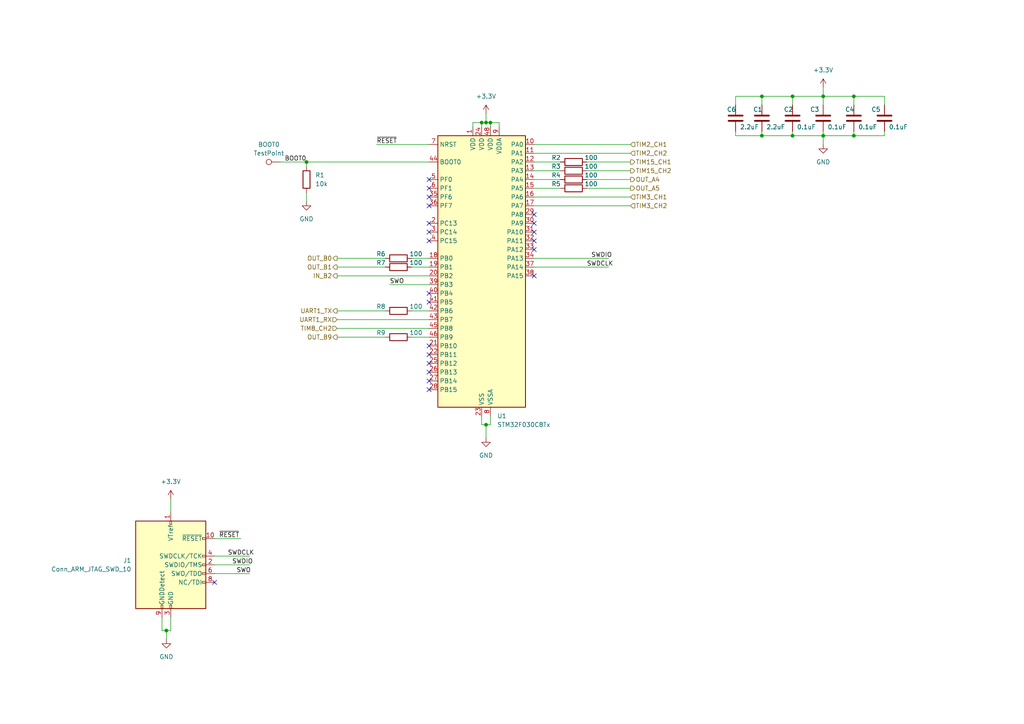
<source format=kicad_sch>
(kicad_sch (version 20230121) (generator eeschema)
  (paper "A4")
  (lib_symbols
    (symbol "Connector:Conn_ARM_JTAG_SWD_10" (pin_names (offset 1.016))
      (property "Reference" "J" (at -2.54 16.51 0))
      (property "Value" "Conn_ARM_JTAG_SWD_10" (at -2.54 13.97 0))
      (symbol "Conn_ARM_JTAG_SWD_10_0_1"
        (rectangle (start -10.16 12.7) (end 10.16 -12.7) (stroke (width 0.254)) (fill (type background)))
        (rectangle (start -2.794 -12.7) (end -2.286 -11.684))
        (rectangle (start -0.254 -12.7) (end 0.254 -11.684))
        (rectangle (start -0.254 12.7) (end 0.254 11.684))
        (rectangle (start 9.144 2.286) (end 10.16 2.794))
        (rectangle (start 10.16 -2.794) (end 9.144 -2.286))
        (rectangle (start 10.16 -0.254) (end 9.144 0.254))
        (rectangle (start 10.16 7.874) (end 9.144 7.366))
      )
      (symbol "Conn_ARM_JTAG_SWD_10_1_1"
        (rectangle (start 9.144 -5.334) (end 10.16 -4.826))
        (pin power_in line (at 0 15.24 270) (length 2.54) (name "VTref") (number "1"))
        (pin open_collector line (at 12.7 7.62 180) (length 2.54) (name "~{RESET}") (number "10"))
        (pin bidirectional line (at 12.7 0 180) (length 2.54) (name "SWDIO/TMS") (number "2"))
        (pin power_in line (at 0 -15.24 90) (length 2.54) (name "GND") (number "3"))
        (pin output line (at 12.7 2.54 180) (length 2.54) (name "SWDCLK/TCK") (number "4"))
        (pin passive line (at 0 -15.24 90) (length 2.54) hide (name "GND") (number "5"))
        (pin input line (at 12.7 -2.54 180) (length 2.54) (name "SWO/TDO") (number "6"))
        (pin no_connect line (at -10.16 0 0) (length 2.54) hide (name "KEY") (number "7"))
        (pin output line (at 12.7 -5.08 180) (length 2.54) (name "NC/TDI") (number "8"))
        (pin passive line (at -2.54 -15.24 90) (length 2.54) (name "GNDDetect") (number "9"))
      )
    )
    (symbol "Connector:TestPoint" (pin_numbers hide) (pin_names (offset 0.762) hide)
      (property "Reference" "TP" (at 0 6.858 0))
      (property "Value" "TestPoint" (at 0 5.08 0))
      (symbol "TestPoint_0_1"
        (circle (center 0 3.302) (radius 0.762))
      )
      (symbol "TestPoint_1_1"
        (pin passive line (at 0 0 90) (length 2.54) (name "1") (number "1"))
      )
    )
    (symbol "Device:C" (pin_numbers hide) (pin_names (offset 0.254))
      (property "Reference" "C" (at 0.635 2.54 0))
      (property "Value" "C" (at 0.635 -2.54 0))
      (symbol "C_0_1"
        (polyline (pts (xy -2.032 -0.762) (xy 2.032 -0.762)) (stroke (width 0.508)))
        (polyline (pts (xy -2.032 0.762) (xy 2.032 0.762)) (stroke (width 0.508)))
      )
      (symbol "C_1_1"
        (pin passive line (at 0 3.81 270) (length 2.794) (name "~") (number "1"))
        (pin passive line (at 0 -3.81 90) (length 2.794) (name "~") (number "2"))
      )
    )
    (symbol "Device:R" (pin_numbers hide) (pin_names (offset 0))
      (property "Reference" "R" (at 2.032 0 90))
      (property "Value" "R" (at 0 0 90))
      (symbol "R_0_1"
        (rectangle (start -1.016 -2.54) (end 1.016 2.54) (stroke (width 0.254)))
      )
      (symbol "R_1_1"
        (pin passive line (at 0 3.81 270) (length 1.27) (name "~") (number "1"))
        (pin passive line (at 0 -3.81 90) (length 1.27) (name "~") (number "2"))
      )
    )
    (symbol "MCU_ST_STM32F0:STM32F030C8Tx"
      (property "Reference" "U" (at -12.7 41.91 0))
      (property "Value" "STM32F030C8Tx" (at 7.62 41.91 0))
      (symbol "STM32F030C8Tx_0_1"
        (rectangle (start -12.7 -38.1) (end 12.7 40.64) (stroke (width 0.254)) (fill (type background)))
      )
      (symbol "STM32F030C8Tx_1_1"
        (pin power_in line (at -2.54 43.18 270) (length 2.54) (name "VDD") (number "1"))
        (pin bidirectional line (at 15.24 38.1 180) (length 2.54) (name "PA0") (number "10"))
        (pin bidirectional line (at 15.24 35.56 180) (length 2.54) (name "PA1") (number "11"))
        (pin bidirectional line (at 15.24 33.02 180) (length 2.54) (name "PA2") (number "12"))
        (pin bidirectional line (at 15.24 30.48 180) (length 2.54) (name "PA3") (number "13"))
        (pin bidirectional line (at 15.24 27.94 180) (length 2.54) (name "PA4") (number "14"))
        (pin bidirectional line (at 15.24 25.4 180) (length 2.54) (name "PA5") (number "15"))
        (pin bidirectional line (at 15.24 22.86 180) (length 2.54) (name "PA6") (number "16"))
        (pin bidirectional line (at 15.24 20.32 180) (length 2.54) (name "PA7") (number "17"))
        (pin bidirectional line (at -15.24 5.08 0) (length 2.54) (name "PB0") (number "18"))
        (pin bidirectional line (at -15.24 2.54 0) (length 2.54) (name "PB1") (number "19"))
        (pin bidirectional line (at -15.24 15.24 0) (length 2.54) (name "PC13") (number "2"))
        (pin bidirectional line (at -15.24 0 0) (length 2.54) (name "PB2") (number "20"))
        (pin bidirectional line (at -15.24 -20.32 0) (length 2.54) (name "PB10") (number "21"))
        (pin bidirectional line (at -15.24 -22.86 0) (length 2.54) (name "PB11") (number "22"))
        (pin power_in line (at 0 -40.64 90) (length 2.54) (name "VSS") (number "23"))
        (pin power_in line (at 0 43.18 270) (length 2.54) (name "VDD") (number "24"))
        (pin bidirectional line (at -15.24 -25.4 0) (length 2.54) (name "PB12") (number "25"))
        (pin bidirectional line (at -15.24 -27.94 0) (length 2.54) (name "PB13") (number "26"))
        (pin bidirectional line (at -15.24 -30.48 0) (length 2.54) (name "PB14") (number "27"))
        (pin bidirectional line (at -15.24 -33.02 0) (length 2.54) (name "PB15") (number "28"))
        (pin bidirectional line (at 15.24 17.78 180) (length 2.54) (name "PA8") (number "29"))
        (pin bidirectional line (at -15.24 12.7 0) (length 2.54) (name "PC14") (number "3"))
        (pin bidirectional line (at 15.24 15.24 180) (length 2.54) (name "PA9") (number "30"))
        (pin bidirectional line (at 15.24 12.7 180) (length 2.54) (name "PA10") (number "31"))
        (pin bidirectional line (at 15.24 10.16 180) (length 2.54) (name "PA11") (number "32"))
        (pin bidirectional line (at 15.24 7.62 180) (length 2.54) (name "PA12") (number "33"))
        (pin bidirectional line (at 15.24 5.08 180) (length 2.54) (name "PA13") (number "34"))
        (pin bidirectional line (at -15.24 22.86 0) (length 2.54) (name "PF6") (number "35"))
        (pin bidirectional line (at -15.24 20.32 0) (length 2.54) (name "PF7") (number "36"))
        (pin bidirectional line (at 15.24 2.54 180) (length 2.54) (name "PA14") (number "37"))
        (pin bidirectional line (at 15.24 0 180) (length 2.54) (name "PA15") (number "38"))
        (pin bidirectional line (at -15.24 -2.54 0) (length 2.54) (name "PB3") (number "39"))
        (pin bidirectional line (at -15.24 10.16 0) (length 2.54) (name "PC15") (number "4"))
        (pin bidirectional line (at -15.24 -5.08 0) (length 2.54) (name "PB4") (number "40"))
        (pin bidirectional line (at -15.24 -7.62 0) (length 2.54) (name "PB5") (number "41"))
        (pin bidirectional line (at -15.24 -10.16 0) (length 2.54) (name "PB6") (number "42"))
        (pin bidirectional line (at -15.24 -12.7 0) (length 2.54) (name "PB7") (number "43"))
        (pin input line (at -15.24 33.02 0) (length 2.54) (name "BOOT0") (number "44"))
        (pin bidirectional line (at -15.24 -15.24 0) (length 2.54) (name "PB8") (number "45"))
        (pin bidirectional line (at -15.24 -17.78 0) (length 2.54) (name "PB9") (number "46"))
        (pin passive line (at 0 -40.64 90) (length 2.54) hide (name "VSS") (number "47"))
        (pin power_in line (at 2.54 43.18 270) (length 2.54) (name "VDD") (number "48"))
        (pin bidirectional line (at -15.24 27.94 0) (length 2.54) (name "PF0") (number "5"))
        (pin bidirectional line (at -15.24 25.4 0) (length 2.54) (name "PF1") (number "6"))
        (pin input line (at -15.24 38.1 0) (length 2.54) (name "NRST") (number "7"))
        (pin power_in line (at 2.54 -40.64 90) (length 2.54) (name "VSSA") (number "8"))
        (pin power_in line (at 5.08 43.18 270) (length 2.54) (name "VDDA") (number "9"))
      )
    )
    (symbol "power:+3.3V" (power) (pin_names (offset 0))
      (property "Value" "+3.3V" (at 0 3.556 0))
      (symbol "+3.3V_0_1"
        (polyline (pts (xy -0.762 1.27) (xy 0 2.54)))
        (polyline (pts (xy 0 0) (xy 0 2.54)))
        (polyline (pts (xy 0 2.54) (xy 0.762 1.27)))
      )
      (symbol "+3.3V_1_1"
        (pin power_in line (at 0 0 90) (length 0) hide (name "+3.3V") (number "1"))
      )
    )
    (symbol "power:GND" (power) (pin_names (offset 0))
      (property "Value" "GND" (at 0 -3.81 0))
      (symbol "GND_0_1"
        (polyline (pts (xy 0 0) (xy 0 -1.27) (xy 1.27 -1.27) (xy 0 -2.54) (xy -1.27 -1.27) (xy 0 -1.27)))
      )
      (symbol "GND_1_1"
        (pin power_in line (at 0 0 270) (length 0) hide (name "GND") (number "1"))
      )
    )
  )
  (junction (at 247.65 27.94))
  (junction (at 140.97 123.19))
  (junction (at 142.24 35.56))
  (junction (at 229.87 27.94))
  (junction (at 220.98 27.94))
  (junction (at 48.26 182.88))
  (junction (at 139.7 35.56))
  (junction (at 238.76 39.37))
  (junction (at 229.87 39.37))
  (junction (at 220.98 39.37))
  (junction (at 238.76 27.94))
  (junction (at 140.97 35.56))
  (junction (at 247.65 39.37))
  (junction (at 88.9 46.99))
  (no_connect (at 124.46 69.85))
  (no_connect (at 154.94 62.23))
  (no_connect (at 124.46 105.41))
  (no_connect (at 124.46 102.87))
  (no_connect (at 154.94 80.01))
  (no_connect (at 124.46 54.61))
  (no_connect (at 124.46 57.15))
  (no_connect (at 124.46 110.49))
  (no_connect (at 124.46 85.09))
  (no_connect (at 154.94 69.85))
  (no_connect (at 124.46 52.07))
  (no_connect (at 154.94 67.31))
  (no_connect (at 124.46 64.77))
  (no_connect (at 154.94 64.77))
  (no_connect (at 124.46 67.31))
  (no_connect (at 124.46 59.69))
  (no_connect (at 124.46 107.95))
  (no_connect (at 154.94 72.39))
  (no_connect (at 124.46 87.63))
  (no_connect (at 124.46 100.33))
  (no_connect (at 62.23 168.91))
  (no_connect (at 124.46 113.03))
  (wire (pts (xy 140.97 123.19) (xy 140.97 127)))
  (wire (pts (xy 137.16 36.83) (xy 137.16 35.56)))
  (wire (pts (xy 49.53 144.78) (xy 49.53 148.59)))
  (wire (pts (xy 154.94 57.15) (xy 182.88 57.15)))
  (wire (pts (xy 88.9 46.99) (xy 88.9 48.26)))
  (wire (pts (xy 154.94 59.69) (xy 182.88 59.69)))
  (wire (pts (xy 170.18 52.07) (xy 182.88 52.07)))
  (wire (pts (xy 137.16 35.56) (xy 139.7 35.56)))
  (wire (pts (xy 213.36 39.37) (xy 220.98 39.37)))
  (wire (pts (xy 62.23 161.29) (xy 72.39 161.29)))
  (wire (pts (xy 154.94 41.91) (xy 182.88 41.91)))
  (wire (pts (xy 220.98 38.1) (xy 220.98 39.37)))
  (wire (pts (xy 220.98 27.94) (xy 229.87 27.94)))
  (wire (pts (xy 247.65 38.1) (xy 247.65 39.37)))
  (wire (pts (xy 256.54 30.48) (xy 256.54 27.94)))
  (wire (pts (xy 97.79 80.01) (xy 124.46 80.01)))
  (wire (pts (xy 88.9 55.88) (xy 88.9 58.42)))
  (wire (pts (xy 256.54 38.1) (xy 256.54 39.37)))
  (wire (pts (xy 154.94 49.53) (xy 162.56 49.53)))
  (wire (pts (xy 119.38 74.93) (xy 124.46 74.93)))
  (wire (pts (xy 140.97 35.56) (xy 139.7 35.56)))
  (wire (pts (xy 109.22 41.91) (xy 124.46 41.91)))
  (wire (pts (xy 97.79 74.93) (xy 111.76 74.93)))
  (wire (pts (xy 144.78 35.56) (xy 142.24 35.56)))
  (wire (pts (xy 229.87 27.94) (xy 238.76 27.94)))
  (wire (pts (xy 170.18 49.53) (xy 182.88 49.53)))
  (wire (pts (xy 154.94 54.61) (xy 162.56 54.61)))
  (wire (pts (xy 139.7 123.19) (xy 140.97 123.19)))
  (wire (pts (xy 154.94 46.99) (xy 162.56 46.99)))
  (wire (pts (xy 238.76 39.37) (xy 238.76 41.91)))
  (wire (pts (xy 256.54 27.94) (xy 247.65 27.94)))
  (wire (pts (xy 88.9 46.99) (xy 124.46 46.99)))
  (wire (pts (xy 62.23 166.37) (xy 72.39 166.37)))
  (wire (pts (xy 81.28 46.99) (xy 88.9 46.99)))
  (wire (pts (xy 229.87 30.48) (xy 229.87 27.94)))
  (wire (pts (xy 229.87 39.37) (xy 238.76 39.37)))
  (wire (pts (xy 154.94 52.07) (xy 162.56 52.07)))
  (wire (pts (xy 97.79 97.79) (xy 111.76 97.79)))
  (wire (pts (xy 97.79 92.71) (xy 124.46 92.71)))
  (wire (pts (xy 213.36 38.1) (xy 213.36 39.37)))
  (wire (pts (xy 46.99 179.07) (xy 46.99 182.88)))
  (wire (pts (xy 220.98 39.37) (xy 229.87 39.37)))
  (wire (pts (xy 97.79 90.17) (xy 111.76 90.17)))
  (wire (pts (xy 97.79 77.47) (xy 111.76 77.47)))
  (wire (pts (xy 213.36 27.94) (xy 220.98 27.94)))
  (wire (pts (xy 48.26 182.88) (xy 48.26 185.42)))
  (wire (pts (xy 46.99 182.88) (xy 48.26 182.88)))
  (wire (pts (xy 256.54 39.37) (xy 247.65 39.37)))
  (wire (pts (xy 154.94 77.47) (xy 176.53 77.47)))
  (wire (pts (xy 238.76 27.94) (xy 238.76 30.48)))
  (wire (pts (xy 113.03 82.55) (xy 124.46 82.55)))
  (wire (pts (xy 220.98 30.48) (xy 220.98 27.94)))
  (wire (pts (xy 119.38 90.17) (xy 124.46 90.17)))
  (wire (pts (xy 97.79 95.25) (xy 124.46 95.25)))
  (wire (pts (xy 139.7 35.56) (xy 139.7 36.83)))
  (wire (pts (xy 119.38 77.47) (xy 124.46 77.47)))
  (wire (pts (xy 142.24 123.19) (xy 140.97 123.19)))
  (wire (pts (xy 119.38 97.79) (xy 124.46 97.79)))
  (wire (pts (xy 49.53 179.07) (xy 49.53 182.88)))
  (wire (pts (xy 139.7 120.65) (xy 139.7 123.19)))
  (wire (pts (xy 144.78 36.83) (xy 144.78 35.56)))
  (wire (pts (xy 140.97 33.02) (xy 140.97 35.56)))
  (wire (pts (xy 154.94 74.93) (xy 176.53 74.93)))
  (wire (pts (xy 142.24 35.56) (xy 140.97 35.56)))
  (wire (pts (xy 238.76 38.1) (xy 238.76 39.37)))
  (wire (pts (xy 238.76 25.4) (xy 238.76 27.94)))
  (wire (pts (xy 229.87 38.1) (xy 229.87 39.37)))
  (wire (pts (xy 170.18 46.99) (xy 182.88 46.99)))
  (wire (pts (xy 154.94 44.45) (xy 182.88 44.45)))
  (wire (pts (xy 170.18 54.61) (xy 182.88 54.61)))
  (wire (pts (xy 247.65 39.37) (xy 238.76 39.37)))
  (wire (pts (xy 62.23 163.83) (xy 72.39 163.83)))
  (wire (pts (xy 247.65 27.94) (xy 238.76 27.94)))
  (wire (pts (xy 62.23 156.21) (xy 69.85 156.21)))
  (wire (pts (xy 247.65 30.48) (xy 247.65 27.94)))
  (wire (pts (xy 213.36 30.48) (xy 213.36 27.94)))
  (wire (pts (xy 142.24 120.65) (xy 142.24 123.19)))
  (wire (pts (xy 49.53 182.88) (xy 48.26 182.88)))
  (wire (pts (xy 142.24 36.83) (xy 142.24 35.56)))
  (label "SWDCLK" (at 170.18 77.47 0))
  (label "SWDIO" (at 67.31 163.83 0))
  (label "SWDCLK" (at 66.04 161.29 0))
  (label "~{RESET}" (at 109.22 41.91 0))
  (label "SWO" (at 113.03 82.55 0))
  (label "SWO" (at 68.58 166.37 0))
  (label "SWDIO" (at 171.45 74.93 0))
  (label "BOOT0" (at 82.55 46.99 0))
  (label "~{RESET}" (at 63.5 156.21 0))
  (hierarchical_label "UART1_RX" (shape input) (at 97.79 92.71 180))
  (hierarchical_label "TIM3_CH1" (shape input) (at 182.88 57.15 0))
  (hierarchical_label "OUT_B9" (shape output) (at 97.79 97.79 180))
  (hierarchical_label "TIM2_CH2" (shape input) (at 182.88 44.45 0))
  (hierarchical_label "UART1_TX" (shape output) (at 97.79 90.17 180))
  (hierarchical_label "IN_B2" (shape output) (at 97.79 80.01 180))
  (hierarchical_label "TIM15_CH1" (shape output) (at 182.88 46.99 0))
  (hierarchical_label "TIM8_CH2" (shape input) (at 97.79 95.25 180))
  (hierarchical_label "TIM2_CH1" (shape input) (at 182.88 41.91 0))
  (hierarchical_label "OUT_A4" (shape output) (at 182.88 52.07 0))
  (hierarchical_label "OUT_B1" (shape output) (at 97.79 77.47 180))
  (hierarchical_label "OUT_A5" (shape output) (at 182.88 54.61 0))
  (hierarchical_label "OUT_B0" (shape output) (at 97.79 74.93 180))
  (hierarchical_label "TIM15_CH2" (shape output) (at 182.88 49.53 0))
  (hierarchical_label "TIM3_CH2" (shape input) (at 182.88 59.69 0))
  (symbol (lib_id "Device:R") (at 88.9 52.07 0) (unit 1)
    (property "Reference" "R1" (at 91.44 50.8 0) (effects (justify left)))
    (property "Value" "10k" (at 91.44 53.34 0) (effects (justify left)))
    (property "Footprint" "Resistor_SMD:R_0603_1608Metric" (effects hide))
  )
  (symbol (lib_id "Device:C") (at 213.36 34.29 0) (unit 1)
    (property "Reference" "C6" (at 210.82 31.75 0) (effects (justify left)))
    (property "Value" "2.2uF" (at 214.63 36.83 0) (effects (justify left)))
    (property "Footprint" "Capacitor_SMD:C_0603_1608Metric" (effects hide))
  )
  (symbol (lib_id "power:GND") (at 48.26 185.42 0) (unit 1)
    (property "Reference" "#PWR06" (effects hide))
    (property "Value" "GND" (at 48.26 190.5 0))
  )
  (symbol (lib_id "Device:C") (at 229.87 34.29 0) (unit 1)
    (property "Reference" "C2" (at 227.33 31.75 0) (effects (justify left)))
    (property "Value" "0.1uF" (at 231.14 36.83 0) (effects (justify left)))
    (property "Footprint" "Capacitor_SMD:C_0603_1608Metric" (effects hide))
  )
  (symbol (lib_id "Connector:TestPoint") (at 81.28 46.99 90) (unit 1)
    (property "Reference" "BOOT0" (at 77.978 41.91 90))
    (property "Value" "TestPoint" (at 77.978 44.45 90))
    (property "Footprint" "TestPoint:TestPoint_Pad_D1.5mm" (effects hide))
  )
  (symbol (lib_id "Device:R") (at 115.57 77.47 90) (unit 1)
    (property "Reference" "R7" (at 110.49 76.2 90))
    (property "Value" "100" (at 120.65 76.2 90))
    (property "Footprint" "Resistor_SMD:R_0603_1608Metric" (effects hide))
  )
  (symbol (lib_id "power:GND") (at 238.76 41.91 0) (unit 1)
    (property "Reference" "#PWR04" (effects hide))
    (property "Value" "GND" (at 238.76 46.99 0))
  )
  (symbol (lib_id "Connector:Conn_ARM_JTAG_SWD_10") (at 49.53 163.83 0) (unit 1)
    (property "Reference" "J1" (at 38.1 162.56 0) (effects (justify right)))
    (property "Value" "Conn_ARM_JTAG_SWD_10" (at 38.1 165.1 0) (effects (justify right)))
    (property "Footprint" "Connector_PinHeader_1.27mm:PinHeader_2x05_P1.27mm_Vertical" (effects hide))
    (property "Datasheet" "http://infocenter.arm.com/help/topic/com.arm.doc.ddi0314h/DDI0314H_coresight_components_trm.pdf" (effects hide))
  )
  (symbol (lib_id "Device:R") (at 166.37 54.61 90) (unit 1)
    (property "Reference" "R5" (at 161.29 53.34 90))
    (property "Value" "100" (at 171.45 53.34 90))
    (property "Footprint" "Resistor_SMD:R_0603_1608Metric" (effects hide))
  )
  (symbol (lib_id "Device:R") (at 115.57 74.93 90) (unit 1)
    (property "Reference" "R6" (at 110.49 73.66 90))
    (property "Value" "100" (at 120.65 73.66 90))
    (property "Footprint" "Resistor_SMD:R_0603_1608Metric" (effects hide))
  )
  (symbol (lib_id "Device:R") (at 115.57 90.17 90) (unit 1)
    (property "Reference" "R8" (at 110.49 88.9 90))
    (property "Value" "100" (at 120.65 88.9 90))
    (property "Footprint" "Resistor_SMD:R_0603_1608Metric" (effects hide))
  )
  (symbol (lib_id "Device:R") (at 166.37 46.99 90) (unit 1)
    (property "Reference" "R2" (at 161.29 45.72 90))
    (property "Value" "100" (at 171.45 45.72 90))
    (property "Footprint" "Resistor_SMD:R_0603_1608Metric" (effects hide))
  )
  (symbol (lib_id "MCU_ST_STM32F0:STM32F030C8Tx") (at 139.7 80.01 0) (unit 1)
    (property "Reference" "U1" (at 144.1959 120.65 0) (effects (justify left)))
    (property "Value" "STM32F030C8Tx" (at 144.1959 123.19 0) (effects (justify left)))
    (property "Footprint" "Package_QFP:LQFP-48_7x7mm_P0.5mm" (effects hide))
    (property "Datasheet" "https://www.st.com/resource/en/datasheet/stm32f030c8.pdf" (effects hide))
  )
  (symbol (lib_id "Device:R") (at 115.57 97.79 90) (unit 1)
    (property "Reference" "R9" (at 110.49 96.52 90))
    (property "Value" "100" (at 120.65 96.52 90))
    (property "Footprint" "Resistor_SMD:R_0603_1608Metric" (effects hide))
  )
  (symbol (lib_id "power:+3.3V") (at 238.76 25.4 0) (unit 1)
    (property "Reference" "#PWR03" (effects hide))
    (property "Value" "+3.3V" (at 238.76 20.32 0))
  )
  (symbol (lib_id "Device:R") (at 166.37 49.53 90) (unit 1)
    (property "Reference" "R3" (at 161.29 48.26 90))
    (property "Value" "100" (at 171.45 48.26 90))
    (property "Footprint" "Resistor_SMD:R_0603_1608Metric" (effects hide))
  )
  (symbol (lib_id "Device:C") (at 247.65 34.29 0) (unit 1)
    (property "Reference" "C4" (at 245.11 31.75 0) (effects (justify left)))
    (property "Value" "0.1uF" (at 248.92 36.83 0) (effects (justify left)))
    (property "Footprint" "Capacitor_SMD:C_0603_1608Metric" (effects hide))
  )
  (symbol (lib_id "Device:C") (at 256.54 34.29 0) (unit 1)
    (property "Reference" "C5" (at 252.73 31.75 0) (effects (justify left)))
    (property "Value" "0.1uF" (at 257.81 36.83 0) (effects (justify left)))
    (property "Footprint" "Capacitor_SMD:C_0603_1608Metric" (effects hide))
  )
  (symbol (lib_id "power:+3.3V") (at 140.97 33.02 0) (unit 1)
    (property "Reference" "#PWR01" (effects hide))
    (property "Value" "+3.3V" (at 140.97 27.94 0))
  )
  (symbol (lib_id "Device:C") (at 238.76 34.29 0) (unit 1)
    (property "Reference" "C3" (at 234.95 31.75 0) (effects (justify left)))
    (property "Value" "0.1uF" (at 240.03 36.83 0) (effects (justify left)))
    (property "Footprint" "Capacitor_SMD:C_0603_1608Metric" (effects hide))
  )
  (symbol (lib_id "power:GND") (at 88.9 58.42 0) (unit 1)
    (property "Reference" "#PWR07" (effects hide))
    (property "Value" "GND" (at 88.9 63.5 0))
  )
  (symbol (lib_id "power:+3.3V") (at 49.53 144.78 0) (unit 1)
    (property "Reference" "#PWR05" (effects hide))
    (property "Value" "+3.3V" (at 49.53 139.7 0))
  )
  (symbol (lib_id "Device:R") (at 166.37 52.07 90) (unit 1)
    (property "Reference" "R4" (at 161.29 50.8 90))
    (property "Value" "100" (at 171.45 50.8 90))
    (property "Footprint" "Resistor_SMD:R_0603_1608Metric" (effects hide))
  )
  (symbol (lib_id "power:GND") (at 140.97 127 0) (unit 1)
    (property "Reference" "#PWR02" (effects hide))
    (property "Value" "GND" (at 140.97 132.08 0))
  )
  (symbol (lib_id "Device:C") (at 220.98 34.29 0) (unit 1)
    (property "Reference" "C1" (at 218.44 31.75 0) (effects (justify left)))
    (property "Value" "2.2uF" (at 222.25 36.83 0) (effects (justify left)))
    (property "Footprint" "Capacitor_SMD:C_0603_1608Metric" (effects hide))
  )
)
</source>
